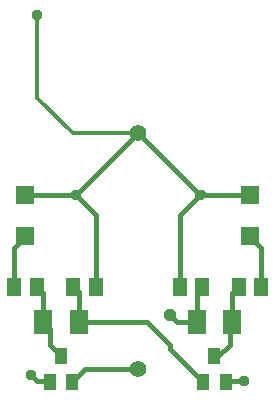
<source format=gtl>
G75*
%MOIN*%
%OFA0B0*%
%FSLAX24Y24*%
%IPPOS*%
%LPD*%
%AMOC8*
5,1,8,0,0,1.08239X$1,22.5*
%
%ADD10R,0.0394X0.0551*%
%ADD11R,0.0512X0.0591*%
%ADD12R,0.0591X0.0787*%
%ADD13R,0.0591X0.0591*%
%ADD14C,0.0550*%
%ADD15C,0.0160*%
%ADD16OC8,0.0356*%
%ADD17C,0.0120*%
%ADD18OC8,0.0413*%
D10*
X002326Y001215D03*
X002700Y002081D03*
X003074Y001215D03*
X007444Y001215D03*
X007818Y002081D03*
X008192Y001215D03*
D11*
X008625Y004404D03*
X009373Y004404D03*
X007405Y004404D03*
X006657Y004404D03*
X003862Y004404D03*
X003113Y004404D03*
X001893Y004404D03*
X001145Y004404D03*
D12*
X002110Y003223D03*
X003291Y003223D03*
X007228Y003223D03*
X008409Y003223D03*
D13*
X008999Y006077D03*
X008999Y007455D03*
X001519Y007455D03*
X001519Y006077D03*
D14*
X005259Y009522D03*
X005259Y001648D03*
D15*
X003507Y001648D01*
X003074Y001215D01*
X002700Y002081D02*
X002700Y002105D01*
X002338Y002467D01*
X002338Y002995D01*
X002110Y003223D01*
X002110Y004187D01*
X001893Y004404D01*
X001145Y004404D02*
X001145Y005703D01*
X001519Y006077D01*
X001519Y007455D02*
X003192Y007455D01*
X003862Y006786D01*
X003862Y004404D01*
X003291Y004227D02*
X003291Y003223D01*
X005582Y003223D01*
X006338Y002467D01*
X006338Y002321D01*
X007444Y001215D01*
X007818Y002081D02*
X007952Y002081D01*
X008338Y002467D01*
X008338Y003152D01*
X008409Y003223D01*
X008409Y004187D01*
X008625Y004404D01*
X009373Y004404D02*
X009373Y005703D01*
X008999Y006077D01*
X008999Y007455D02*
X007326Y007455D01*
X006657Y006786D01*
X006657Y004404D01*
X006338Y003467D02*
X006582Y003223D01*
X007228Y003223D01*
X007228Y004227D01*
X007405Y004404D01*
X007326Y007455D02*
X005259Y009522D01*
X003192Y007455D01*
X003113Y004404D02*
X003291Y004227D01*
X002287Y001254D02*
X001913Y001254D01*
X001716Y001451D01*
X002287Y001254D02*
X002326Y001215D01*
X008192Y001215D02*
X008232Y001254D01*
X008802Y001254D01*
D16*
X001716Y001451D03*
X003192Y007455D03*
X001913Y013459D03*
X007326Y007455D03*
X008802Y001254D03*
D17*
X008999Y007455D02*
X007523Y007455D01*
X007424Y007554D01*
X005259Y009522D02*
X003094Y009522D01*
X001913Y010703D01*
X001913Y013459D01*
D18*
X006338Y003467D03*
M02*

</source>
